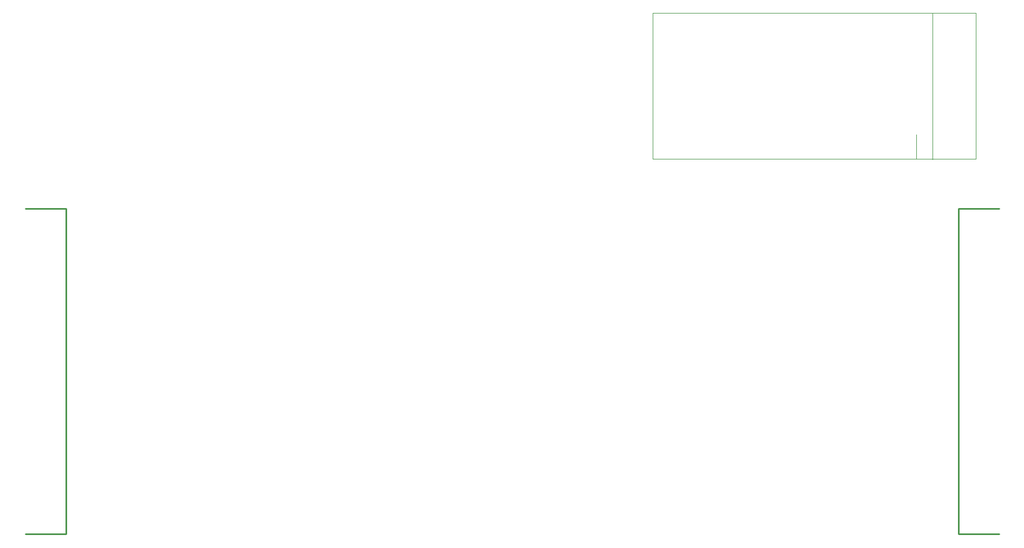
<source format=gbr>
G04 DipTrace 2.4.0.2*
%INTopAssy.gbr*%
%MOIN*%
%ADD10C,0.0098*%
%ADD17C,0.001*%
%ADD18C,0.0013*%
%FSLAX44Y44*%
G04*
G70*
G90*
G75*
G01*
%LNTopAssy*%
%LPD*%
X6457Y28979D2*
D10*
Y8901D1*
Y28979D2*
X3957D1*
X6457Y8901D2*
X3957D1*
X61440D2*
Y28979D1*
Y8901D2*
X63940D1*
X61440Y28979D2*
X63940D1*
X42600Y41040D2*
D17*
X62500D1*
Y32040D1*
X42600D1*
Y41040D1*
X59830Y41030D2*
D18*
Y32003D1*
X58840Y33540D2*
Y32040D1*
M02*

</source>
